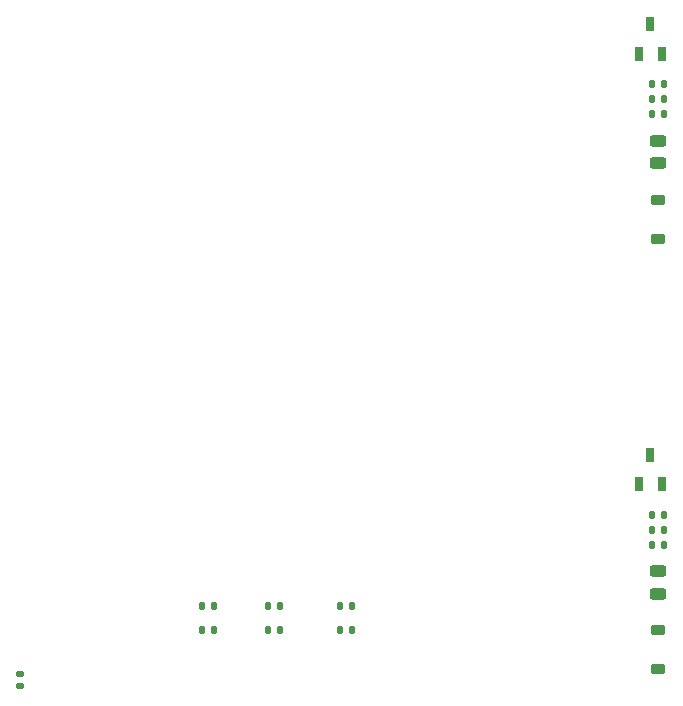
<source format=gbr>
%TF.GenerationSoftware,KiCad,Pcbnew,(7.0.0)*%
%TF.CreationDate,2023-03-18T12:10:04+01:00*%
%TF.ProjectId,rgb-garden-box,7267622d-6761-4726-9465-6e2d626f782e,rev?*%
%TF.SameCoordinates,Original*%
%TF.FileFunction,Paste,Top*%
%TF.FilePolarity,Positive*%
%FSLAX46Y46*%
G04 Gerber Fmt 4.6, Leading zero omitted, Abs format (unit mm)*
G04 Created by KiCad (PCBNEW (7.0.0)) date 2023-03-18 12:10:04*
%MOMM*%
%LPD*%
G01*
G04 APERTURE LIST*
G04 Aperture macros list*
%AMRoundRect*
0 Rectangle with rounded corners*
0 $1 Rounding radius*
0 $2 $3 $4 $5 $6 $7 $8 $9 X,Y pos of 4 corners*
0 Add a 4 corners polygon primitive as box body*
4,1,4,$2,$3,$4,$5,$6,$7,$8,$9,$2,$3,0*
0 Add four circle primitives for the rounded corners*
1,1,$1+$1,$2,$3*
1,1,$1+$1,$4,$5*
1,1,$1+$1,$6,$7*
1,1,$1+$1,$8,$9*
0 Add four rect primitives between the rounded corners*
20,1,$1+$1,$2,$3,$4,$5,0*
20,1,$1+$1,$4,$5,$6,$7,0*
20,1,$1+$1,$6,$7,$8,$9,0*
20,1,$1+$1,$8,$9,$2,$3,0*%
G04 Aperture macros list end*
%ADD10R,0.700000X1.250013*%
%ADD11RoundRect,0.135000X-0.135000X-0.185000X0.135000X-0.185000X0.135000X0.185000X-0.135000X0.185000X0*%
%ADD12RoundRect,0.135000X0.135000X0.185000X-0.135000X0.185000X-0.135000X-0.185000X0.135000X-0.185000X0*%
%ADD13RoundRect,0.243750X0.456250X-0.243750X0.456250X0.243750X-0.456250X0.243750X-0.456250X-0.243750X0*%
%ADD14RoundRect,0.225000X0.375000X-0.225000X0.375000X0.225000X-0.375000X0.225000X-0.375000X-0.225000X0*%
%ADD15RoundRect,0.135000X0.185000X-0.135000X0.185000X0.135000X-0.185000X0.135000X-0.185000X-0.135000X0*%
G04 APERTURE END LIST*
D10*
%TO.C,Q1*%
X218785279Y-64466283D03*
X216885355Y-64466283D03*
X217835317Y-61966919D03*
%TD*%
D11*
%TO.C,R8*%
X217930000Y-104775000D03*
X218950000Y-104775000D03*
%TD*%
D12*
%TO.C,R2*%
X218960000Y-67046920D03*
X217940000Y-67046920D03*
%TD*%
%TO.C,R7*%
X218950000Y-103505000D03*
X217930000Y-103505000D03*
%TD*%
D11*
%TO.C,R12*%
X186490000Y-111252000D03*
X185470000Y-111252000D03*
%TD*%
%TO.C,R3*%
X217940000Y-68316920D03*
X218960000Y-68316920D03*
%TD*%
%TO.C,R5*%
X192586000Y-113284000D03*
X191566000Y-113284000D03*
%TD*%
%TO.C,R11*%
X179882000Y-111252000D03*
X180902000Y-111252000D03*
%TD*%
%TO.C,R13*%
X192586000Y-111252000D03*
X191566000Y-111252000D03*
%TD*%
D13*
%TO.C,D3*%
X218440000Y-110157500D03*
X218440000Y-108282500D03*
%TD*%
D11*
%TO.C,R10*%
X217930000Y-106045000D03*
X218950000Y-106045000D03*
%TD*%
%TO.C,R6*%
X186490000Y-113284000D03*
X185470000Y-113284000D03*
%TD*%
D14*
%TO.C,D2*%
X218450000Y-80126920D03*
X218450000Y-76826920D03*
%TD*%
D15*
%TO.C,R1*%
X164465000Y-117985000D03*
X164465000Y-116965000D03*
%TD*%
D11*
%TO.C,R9*%
X180902000Y-113284000D03*
X179882000Y-113284000D03*
%TD*%
D14*
%TO.C,D4*%
X218440000Y-116585000D03*
X218440000Y-113285000D03*
%TD*%
D10*
%TO.C,Q4*%
X218775279Y-100924363D03*
X216875355Y-100924363D03*
X217825317Y-98424999D03*
%TD*%
D13*
%TO.C,D1*%
X218450000Y-73699420D03*
X218450000Y-71824420D03*
%TD*%
D11*
%TO.C,R4*%
X217940000Y-69586920D03*
X218960000Y-69586920D03*
%TD*%
M02*

</source>
